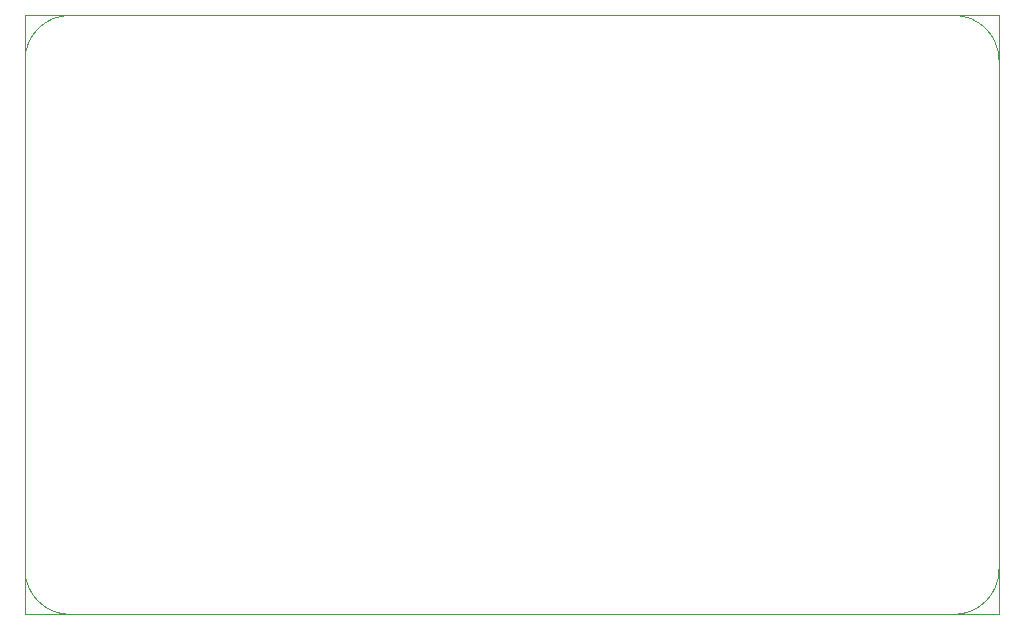
<source format=gbr>
%TF.GenerationSoftware,KiCad,Pcbnew,(6.0.5)*%
%TF.CreationDate,2023-06-12T09:42:46-03:00*%
%TF.ProjectId,deforminator,6465666f-726d-4696-9e61-746f722e6b69,rev?*%
%TF.SameCoordinates,Original*%
%TF.FileFunction,Profile,NP*%
%FSLAX46Y46*%
G04 Gerber Fmt 4.6, Leading zero omitted, Abs format (unit mm)*
G04 Created by KiCad (PCBNEW (6.0.5)) date 2023-06-12 09:42:46*
%MOMM*%
%LPD*%
G01*
G04 APERTURE LIST*
%TA.AperFunction,Profile*%
%ADD10C,0.100000*%
%TD*%
G04 APERTURE END LIST*
D10*
X99060000Y-69850000D02*
G75*
G03*
X95250000Y-73660000I0J-3810000D01*
G01*
X95250000Y-116840000D02*
G75*
G03*
X99060000Y-120650000I3810000J0D01*
G01*
X173990000Y-120650000D02*
G75*
G03*
X177800000Y-116840000I0J3810000D01*
G01*
X177800000Y-73660000D02*
G75*
G03*
X173990000Y-69850000I-3810000J0D01*
G01*
X177800000Y-69850000D02*
X95250000Y-69850000D01*
X95250000Y-69850000D02*
X95250000Y-120650000D01*
X95250000Y-120650000D02*
X177800000Y-120650000D01*
X177800000Y-120650000D02*
X177800000Y-69850000D01*
M02*

</source>
